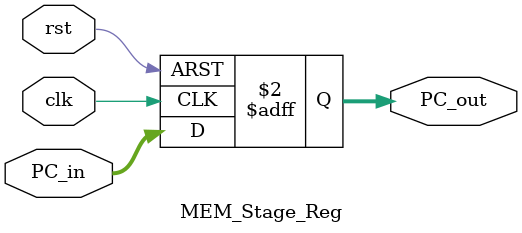
<source format=v>

module MEM_Stage_Reg (
    input clk, rst,
    input[31:0] PC_in,
    output reg[31:0] PC_out
);
    always @(posedge clk or posedge rst) begin
        if (rst) begin
            PC_out <= 32'b0;
        end else begin
            PC_out <= PC_in;
        end
    end
endmodule
</source>
